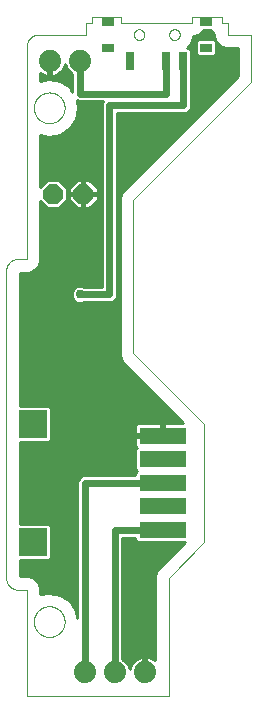
<source format=gbl>
G75*
%MOIN*%
%OFA0B0*%
%FSLAX25Y25*%
%IPPOS*%
%LPD*%
%AMOC8*
5,1,8,0,0,1.08239X$1,22.5*
%
%ADD10C,0.00000*%
%ADD11C,0.00039*%
%ADD12OC8,0.06600*%
%ADD13R,0.03937X0.03150*%
%ADD14R,0.02756X0.05906*%
%ADD15R,0.15748X0.05512*%
%ADD16R,0.09449X0.09449*%
%ADD17C,0.07400*%
%ADD18C,0.01000*%
%ADD19C,0.02978*%
%ADD20C,0.02400*%
D10*
X0021709Y0041556D02*
X0021709Y0143918D01*
X0021711Y0144042D01*
X0021717Y0144165D01*
X0021726Y0144289D01*
X0021740Y0144411D01*
X0021757Y0144534D01*
X0021779Y0144656D01*
X0021804Y0144777D01*
X0021833Y0144897D01*
X0021865Y0145016D01*
X0021902Y0145135D01*
X0021942Y0145252D01*
X0021985Y0145367D01*
X0022033Y0145482D01*
X0022084Y0145594D01*
X0022138Y0145705D01*
X0022196Y0145815D01*
X0022257Y0145922D01*
X0022322Y0146028D01*
X0022390Y0146131D01*
X0022461Y0146232D01*
X0022535Y0146331D01*
X0022612Y0146428D01*
X0022693Y0146522D01*
X0022776Y0146613D01*
X0022862Y0146702D01*
X0022951Y0146788D01*
X0023042Y0146871D01*
X0023136Y0146952D01*
X0023233Y0147029D01*
X0023332Y0147103D01*
X0023433Y0147174D01*
X0023536Y0147242D01*
X0023642Y0147307D01*
X0023749Y0147368D01*
X0023859Y0147426D01*
X0023970Y0147480D01*
X0024082Y0147531D01*
X0024197Y0147579D01*
X0024312Y0147622D01*
X0024429Y0147662D01*
X0024548Y0147699D01*
X0024667Y0147731D01*
X0024787Y0147760D01*
X0024908Y0147785D01*
X0025030Y0147807D01*
X0025153Y0147824D01*
X0025275Y0147838D01*
X0025399Y0147847D01*
X0025522Y0147853D01*
X0025646Y0147855D01*
X0028599Y0147855D01*
X0028599Y0218721D01*
X0028601Y0218845D01*
X0028607Y0218968D01*
X0028616Y0219092D01*
X0028630Y0219214D01*
X0028647Y0219337D01*
X0028669Y0219459D01*
X0028694Y0219580D01*
X0028723Y0219700D01*
X0028755Y0219819D01*
X0028792Y0219938D01*
X0028832Y0220055D01*
X0028875Y0220170D01*
X0028923Y0220285D01*
X0028974Y0220397D01*
X0029028Y0220508D01*
X0029086Y0220618D01*
X0029147Y0220725D01*
X0029212Y0220831D01*
X0029280Y0220934D01*
X0029351Y0221035D01*
X0029425Y0221134D01*
X0029502Y0221231D01*
X0029583Y0221325D01*
X0029666Y0221416D01*
X0029752Y0221505D01*
X0029841Y0221591D01*
X0029932Y0221674D01*
X0030026Y0221755D01*
X0030123Y0221832D01*
X0030222Y0221906D01*
X0030323Y0221977D01*
X0030426Y0222045D01*
X0030532Y0222110D01*
X0030639Y0222171D01*
X0030749Y0222229D01*
X0030860Y0222283D01*
X0030972Y0222334D01*
X0031087Y0222382D01*
X0031202Y0222425D01*
X0031319Y0222465D01*
X0031438Y0222502D01*
X0031557Y0222534D01*
X0031677Y0222563D01*
X0031798Y0222588D01*
X0031920Y0222610D01*
X0032043Y0222627D01*
X0032165Y0222641D01*
X0032289Y0222650D01*
X0032412Y0222656D01*
X0032536Y0222658D01*
X0048284Y0222658D01*
X0048284Y0226595D01*
X0050253Y0226595D01*
X0050253Y0228564D01*
X0060095Y0228564D01*
X0060095Y0226595D01*
X0083717Y0226595D01*
X0083717Y0228564D01*
X0093560Y0228564D01*
X0093560Y0226595D01*
X0095528Y0226595D01*
X0095528Y0222658D01*
X0103402Y0222658D01*
X0103402Y0206910D01*
X0064032Y0167540D01*
X0064032Y0116359D01*
X0087654Y0092737D01*
X0087654Y0053367D01*
X0075843Y0041556D01*
X0075843Y0002186D01*
X0028599Y0002186D01*
X0028599Y0037619D01*
X0025646Y0037619D01*
X0025522Y0037621D01*
X0025399Y0037627D01*
X0025275Y0037636D01*
X0025153Y0037650D01*
X0025030Y0037667D01*
X0024908Y0037689D01*
X0024787Y0037714D01*
X0024667Y0037743D01*
X0024548Y0037775D01*
X0024429Y0037812D01*
X0024312Y0037852D01*
X0024197Y0037895D01*
X0024082Y0037943D01*
X0023970Y0037994D01*
X0023859Y0038048D01*
X0023749Y0038106D01*
X0023642Y0038167D01*
X0023536Y0038232D01*
X0023433Y0038300D01*
X0023332Y0038371D01*
X0023233Y0038445D01*
X0023136Y0038522D01*
X0023042Y0038603D01*
X0022951Y0038686D01*
X0022862Y0038772D01*
X0022776Y0038861D01*
X0022693Y0038952D01*
X0022612Y0039046D01*
X0022535Y0039143D01*
X0022461Y0039242D01*
X0022390Y0039343D01*
X0022322Y0039446D01*
X0022257Y0039552D01*
X0022196Y0039659D01*
X0022138Y0039769D01*
X0022084Y0039880D01*
X0022033Y0039992D01*
X0021985Y0040107D01*
X0021942Y0040222D01*
X0021902Y0040339D01*
X0021865Y0040458D01*
X0021833Y0040577D01*
X0021804Y0040697D01*
X0021779Y0040818D01*
X0021757Y0040940D01*
X0021740Y0041063D01*
X0021726Y0041185D01*
X0021717Y0041309D01*
X0021711Y0041432D01*
X0021709Y0041556D01*
X0064229Y0222658D02*
X0064231Y0222742D01*
X0064237Y0222825D01*
X0064247Y0222908D01*
X0064261Y0222991D01*
X0064278Y0223073D01*
X0064300Y0223154D01*
X0064325Y0223233D01*
X0064354Y0223312D01*
X0064387Y0223389D01*
X0064423Y0223464D01*
X0064463Y0223538D01*
X0064506Y0223610D01*
X0064553Y0223679D01*
X0064603Y0223746D01*
X0064656Y0223811D01*
X0064712Y0223873D01*
X0064770Y0223933D01*
X0064832Y0223990D01*
X0064896Y0224043D01*
X0064963Y0224094D01*
X0065032Y0224141D01*
X0065103Y0224186D01*
X0065176Y0224226D01*
X0065251Y0224263D01*
X0065328Y0224297D01*
X0065406Y0224327D01*
X0065485Y0224353D01*
X0065566Y0224376D01*
X0065648Y0224394D01*
X0065730Y0224409D01*
X0065813Y0224420D01*
X0065896Y0224427D01*
X0065980Y0224430D01*
X0066064Y0224429D01*
X0066147Y0224424D01*
X0066231Y0224415D01*
X0066313Y0224402D01*
X0066395Y0224386D01*
X0066476Y0224365D01*
X0066557Y0224341D01*
X0066635Y0224313D01*
X0066713Y0224281D01*
X0066789Y0224245D01*
X0066863Y0224206D01*
X0066935Y0224164D01*
X0067005Y0224118D01*
X0067073Y0224069D01*
X0067138Y0224017D01*
X0067201Y0223962D01*
X0067261Y0223904D01*
X0067319Y0223843D01*
X0067373Y0223779D01*
X0067425Y0223713D01*
X0067473Y0223645D01*
X0067518Y0223574D01*
X0067559Y0223501D01*
X0067598Y0223427D01*
X0067632Y0223351D01*
X0067663Y0223273D01*
X0067690Y0223194D01*
X0067714Y0223113D01*
X0067733Y0223032D01*
X0067749Y0222950D01*
X0067761Y0222867D01*
X0067769Y0222783D01*
X0067773Y0222700D01*
X0067773Y0222616D01*
X0067769Y0222533D01*
X0067761Y0222449D01*
X0067749Y0222366D01*
X0067733Y0222284D01*
X0067714Y0222203D01*
X0067690Y0222122D01*
X0067663Y0222043D01*
X0067632Y0221965D01*
X0067598Y0221889D01*
X0067559Y0221815D01*
X0067518Y0221742D01*
X0067473Y0221671D01*
X0067425Y0221603D01*
X0067373Y0221537D01*
X0067319Y0221473D01*
X0067261Y0221412D01*
X0067201Y0221354D01*
X0067138Y0221299D01*
X0067073Y0221247D01*
X0067005Y0221198D01*
X0066935Y0221152D01*
X0066863Y0221110D01*
X0066789Y0221071D01*
X0066713Y0221035D01*
X0066635Y0221003D01*
X0066557Y0220975D01*
X0066476Y0220951D01*
X0066395Y0220930D01*
X0066313Y0220914D01*
X0066231Y0220901D01*
X0066147Y0220892D01*
X0066064Y0220887D01*
X0065980Y0220886D01*
X0065896Y0220889D01*
X0065813Y0220896D01*
X0065730Y0220907D01*
X0065648Y0220922D01*
X0065566Y0220940D01*
X0065485Y0220963D01*
X0065406Y0220989D01*
X0065328Y0221019D01*
X0065251Y0221053D01*
X0065176Y0221090D01*
X0065103Y0221130D01*
X0065032Y0221175D01*
X0064963Y0221222D01*
X0064896Y0221273D01*
X0064832Y0221326D01*
X0064770Y0221383D01*
X0064712Y0221443D01*
X0064656Y0221505D01*
X0064603Y0221570D01*
X0064553Y0221637D01*
X0064506Y0221706D01*
X0064463Y0221778D01*
X0064423Y0221852D01*
X0064387Y0221927D01*
X0064354Y0222004D01*
X0064325Y0222083D01*
X0064300Y0222162D01*
X0064278Y0222243D01*
X0064261Y0222325D01*
X0064247Y0222408D01*
X0064237Y0222491D01*
X0064231Y0222574D01*
X0064229Y0222658D01*
X0076040Y0222658D02*
X0076042Y0222742D01*
X0076048Y0222825D01*
X0076058Y0222908D01*
X0076072Y0222991D01*
X0076089Y0223073D01*
X0076111Y0223154D01*
X0076136Y0223233D01*
X0076165Y0223312D01*
X0076198Y0223389D01*
X0076234Y0223464D01*
X0076274Y0223538D01*
X0076317Y0223610D01*
X0076364Y0223679D01*
X0076414Y0223746D01*
X0076467Y0223811D01*
X0076523Y0223873D01*
X0076581Y0223933D01*
X0076643Y0223990D01*
X0076707Y0224043D01*
X0076774Y0224094D01*
X0076843Y0224141D01*
X0076914Y0224186D01*
X0076987Y0224226D01*
X0077062Y0224263D01*
X0077139Y0224297D01*
X0077217Y0224327D01*
X0077296Y0224353D01*
X0077377Y0224376D01*
X0077459Y0224394D01*
X0077541Y0224409D01*
X0077624Y0224420D01*
X0077707Y0224427D01*
X0077791Y0224430D01*
X0077875Y0224429D01*
X0077958Y0224424D01*
X0078042Y0224415D01*
X0078124Y0224402D01*
X0078206Y0224386D01*
X0078287Y0224365D01*
X0078368Y0224341D01*
X0078446Y0224313D01*
X0078524Y0224281D01*
X0078600Y0224245D01*
X0078674Y0224206D01*
X0078746Y0224164D01*
X0078816Y0224118D01*
X0078884Y0224069D01*
X0078949Y0224017D01*
X0079012Y0223962D01*
X0079072Y0223904D01*
X0079130Y0223843D01*
X0079184Y0223779D01*
X0079236Y0223713D01*
X0079284Y0223645D01*
X0079329Y0223574D01*
X0079370Y0223501D01*
X0079409Y0223427D01*
X0079443Y0223351D01*
X0079474Y0223273D01*
X0079501Y0223194D01*
X0079525Y0223113D01*
X0079544Y0223032D01*
X0079560Y0222950D01*
X0079572Y0222867D01*
X0079580Y0222783D01*
X0079584Y0222700D01*
X0079584Y0222616D01*
X0079580Y0222533D01*
X0079572Y0222449D01*
X0079560Y0222366D01*
X0079544Y0222284D01*
X0079525Y0222203D01*
X0079501Y0222122D01*
X0079474Y0222043D01*
X0079443Y0221965D01*
X0079409Y0221889D01*
X0079370Y0221815D01*
X0079329Y0221742D01*
X0079284Y0221671D01*
X0079236Y0221603D01*
X0079184Y0221537D01*
X0079130Y0221473D01*
X0079072Y0221412D01*
X0079012Y0221354D01*
X0078949Y0221299D01*
X0078884Y0221247D01*
X0078816Y0221198D01*
X0078746Y0221152D01*
X0078674Y0221110D01*
X0078600Y0221071D01*
X0078524Y0221035D01*
X0078446Y0221003D01*
X0078368Y0220975D01*
X0078287Y0220951D01*
X0078206Y0220930D01*
X0078124Y0220914D01*
X0078042Y0220901D01*
X0077958Y0220892D01*
X0077875Y0220887D01*
X0077791Y0220886D01*
X0077707Y0220889D01*
X0077624Y0220896D01*
X0077541Y0220907D01*
X0077459Y0220922D01*
X0077377Y0220940D01*
X0077296Y0220963D01*
X0077217Y0220989D01*
X0077139Y0221019D01*
X0077062Y0221053D01*
X0076987Y0221090D01*
X0076914Y0221130D01*
X0076843Y0221175D01*
X0076774Y0221222D01*
X0076707Y0221273D01*
X0076643Y0221326D01*
X0076581Y0221383D01*
X0076523Y0221443D01*
X0076467Y0221505D01*
X0076414Y0221570D01*
X0076364Y0221637D01*
X0076317Y0221706D01*
X0076274Y0221778D01*
X0076234Y0221852D01*
X0076198Y0221927D01*
X0076165Y0222004D01*
X0076136Y0222083D01*
X0076111Y0222162D01*
X0076089Y0222243D01*
X0076072Y0222325D01*
X0076058Y0222408D01*
X0076048Y0222491D01*
X0076042Y0222574D01*
X0076040Y0222658D01*
D11*
X0030961Y0198249D02*
X0030963Y0198392D01*
X0030969Y0198535D01*
X0030979Y0198677D01*
X0030993Y0198819D01*
X0031011Y0198961D01*
X0031033Y0199103D01*
X0031058Y0199243D01*
X0031088Y0199383D01*
X0031122Y0199522D01*
X0031159Y0199660D01*
X0031201Y0199797D01*
X0031246Y0199932D01*
X0031295Y0200066D01*
X0031347Y0200199D01*
X0031403Y0200331D01*
X0031463Y0200460D01*
X0031527Y0200588D01*
X0031594Y0200715D01*
X0031665Y0200839D01*
X0031739Y0200961D01*
X0031816Y0201081D01*
X0031897Y0201199D01*
X0031981Y0201315D01*
X0032068Y0201428D01*
X0032158Y0201539D01*
X0032252Y0201647D01*
X0032348Y0201753D01*
X0032447Y0201855D01*
X0032550Y0201955D01*
X0032654Y0202052D01*
X0032762Y0202147D01*
X0032872Y0202238D01*
X0032985Y0202326D01*
X0033100Y0202410D01*
X0033217Y0202492D01*
X0033337Y0202570D01*
X0033458Y0202645D01*
X0033582Y0202717D01*
X0033708Y0202785D01*
X0033835Y0202849D01*
X0033965Y0202910D01*
X0034096Y0202967D01*
X0034228Y0203021D01*
X0034362Y0203070D01*
X0034497Y0203117D01*
X0034634Y0203159D01*
X0034772Y0203197D01*
X0034910Y0203232D01*
X0035050Y0203262D01*
X0035190Y0203289D01*
X0035331Y0203312D01*
X0035473Y0203331D01*
X0035615Y0203346D01*
X0035758Y0203357D01*
X0035900Y0203364D01*
X0036043Y0203367D01*
X0036186Y0203366D01*
X0036329Y0203361D01*
X0036472Y0203352D01*
X0036614Y0203339D01*
X0036756Y0203322D01*
X0036897Y0203301D01*
X0037038Y0203276D01*
X0037178Y0203248D01*
X0037317Y0203215D01*
X0037455Y0203178D01*
X0037592Y0203138D01*
X0037728Y0203094D01*
X0037863Y0203046D01*
X0037996Y0202994D01*
X0038128Y0202939D01*
X0038258Y0202880D01*
X0038387Y0202817D01*
X0038513Y0202751D01*
X0038638Y0202681D01*
X0038761Y0202608D01*
X0038881Y0202532D01*
X0039000Y0202452D01*
X0039116Y0202368D01*
X0039230Y0202282D01*
X0039341Y0202192D01*
X0039450Y0202100D01*
X0039556Y0202004D01*
X0039660Y0201906D01*
X0039761Y0201804D01*
X0039858Y0201700D01*
X0039953Y0201593D01*
X0040045Y0201484D01*
X0040134Y0201372D01*
X0040220Y0201257D01*
X0040302Y0201141D01*
X0040381Y0201021D01*
X0040457Y0200900D01*
X0040529Y0200777D01*
X0040598Y0200652D01*
X0040663Y0200525D01*
X0040725Y0200396D01*
X0040783Y0200265D01*
X0040838Y0200133D01*
X0040888Y0199999D01*
X0040935Y0199864D01*
X0040979Y0199728D01*
X0041018Y0199591D01*
X0041053Y0199452D01*
X0041085Y0199313D01*
X0041113Y0199173D01*
X0041137Y0199032D01*
X0041157Y0198890D01*
X0041173Y0198748D01*
X0041185Y0198606D01*
X0041193Y0198463D01*
X0041197Y0198320D01*
X0041197Y0198178D01*
X0041193Y0198035D01*
X0041185Y0197892D01*
X0041173Y0197750D01*
X0041157Y0197608D01*
X0041137Y0197466D01*
X0041113Y0197325D01*
X0041085Y0197185D01*
X0041053Y0197046D01*
X0041018Y0196907D01*
X0040979Y0196770D01*
X0040935Y0196634D01*
X0040888Y0196499D01*
X0040838Y0196365D01*
X0040783Y0196233D01*
X0040725Y0196102D01*
X0040663Y0195973D01*
X0040598Y0195846D01*
X0040529Y0195721D01*
X0040457Y0195598D01*
X0040381Y0195477D01*
X0040302Y0195357D01*
X0040220Y0195241D01*
X0040134Y0195126D01*
X0040045Y0195014D01*
X0039953Y0194905D01*
X0039858Y0194798D01*
X0039761Y0194694D01*
X0039660Y0194592D01*
X0039556Y0194494D01*
X0039450Y0194398D01*
X0039341Y0194306D01*
X0039230Y0194216D01*
X0039116Y0194130D01*
X0039000Y0194046D01*
X0038881Y0193966D01*
X0038761Y0193890D01*
X0038638Y0193817D01*
X0038513Y0193747D01*
X0038387Y0193681D01*
X0038258Y0193618D01*
X0038128Y0193559D01*
X0037996Y0193504D01*
X0037863Y0193452D01*
X0037728Y0193404D01*
X0037592Y0193360D01*
X0037455Y0193320D01*
X0037317Y0193283D01*
X0037178Y0193250D01*
X0037038Y0193222D01*
X0036897Y0193197D01*
X0036756Y0193176D01*
X0036614Y0193159D01*
X0036472Y0193146D01*
X0036329Y0193137D01*
X0036186Y0193132D01*
X0036043Y0193131D01*
X0035900Y0193134D01*
X0035758Y0193141D01*
X0035615Y0193152D01*
X0035473Y0193167D01*
X0035331Y0193186D01*
X0035190Y0193209D01*
X0035050Y0193236D01*
X0034910Y0193266D01*
X0034772Y0193301D01*
X0034634Y0193339D01*
X0034497Y0193381D01*
X0034362Y0193428D01*
X0034228Y0193477D01*
X0034096Y0193531D01*
X0033965Y0193588D01*
X0033835Y0193649D01*
X0033708Y0193713D01*
X0033582Y0193781D01*
X0033458Y0193853D01*
X0033337Y0193928D01*
X0033217Y0194006D01*
X0033100Y0194088D01*
X0032985Y0194172D01*
X0032872Y0194260D01*
X0032762Y0194351D01*
X0032654Y0194446D01*
X0032550Y0194543D01*
X0032447Y0194643D01*
X0032348Y0194745D01*
X0032252Y0194851D01*
X0032158Y0194959D01*
X0032068Y0195070D01*
X0031981Y0195183D01*
X0031897Y0195299D01*
X0031816Y0195417D01*
X0031739Y0195537D01*
X0031665Y0195659D01*
X0031594Y0195783D01*
X0031527Y0195910D01*
X0031463Y0196038D01*
X0031403Y0196167D01*
X0031347Y0196299D01*
X0031295Y0196432D01*
X0031246Y0196566D01*
X0031201Y0196701D01*
X0031159Y0196838D01*
X0031122Y0196976D01*
X0031088Y0197115D01*
X0031058Y0197255D01*
X0031033Y0197395D01*
X0031011Y0197537D01*
X0030993Y0197679D01*
X0030979Y0197821D01*
X0030969Y0197963D01*
X0030963Y0198106D01*
X0030961Y0198249D01*
X0030961Y0026989D02*
X0030963Y0027132D01*
X0030969Y0027275D01*
X0030979Y0027417D01*
X0030993Y0027559D01*
X0031011Y0027701D01*
X0031033Y0027843D01*
X0031058Y0027983D01*
X0031088Y0028123D01*
X0031122Y0028262D01*
X0031159Y0028400D01*
X0031201Y0028537D01*
X0031246Y0028672D01*
X0031295Y0028806D01*
X0031347Y0028939D01*
X0031403Y0029071D01*
X0031463Y0029200D01*
X0031527Y0029328D01*
X0031594Y0029455D01*
X0031665Y0029579D01*
X0031739Y0029701D01*
X0031816Y0029821D01*
X0031897Y0029939D01*
X0031981Y0030055D01*
X0032068Y0030168D01*
X0032158Y0030279D01*
X0032252Y0030387D01*
X0032348Y0030493D01*
X0032447Y0030595D01*
X0032550Y0030695D01*
X0032654Y0030792D01*
X0032762Y0030887D01*
X0032872Y0030978D01*
X0032985Y0031066D01*
X0033100Y0031150D01*
X0033217Y0031232D01*
X0033337Y0031310D01*
X0033458Y0031385D01*
X0033582Y0031457D01*
X0033708Y0031525D01*
X0033835Y0031589D01*
X0033965Y0031650D01*
X0034096Y0031707D01*
X0034228Y0031761D01*
X0034362Y0031810D01*
X0034497Y0031857D01*
X0034634Y0031899D01*
X0034772Y0031937D01*
X0034910Y0031972D01*
X0035050Y0032002D01*
X0035190Y0032029D01*
X0035331Y0032052D01*
X0035473Y0032071D01*
X0035615Y0032086D01*
X0035758Y0032097D01*
X0035900Y0032104D01*
X0036043Y0032107D01*
X0036186Y0032106D01*
X0036329Y0032101D01*
X0036472Y0032092D01*
X0036614Y0032079D01*
X0036756Y0032062D01*
X0036897Y0032041D01*
X0037038Y0032016D01*
X0037178Y0031988D01*
X0037317Y0031955D01*
X0037455Y0031918D01*
X0037592Y0031878D01*
X0037728Y0031834D01*
X0037863Y0031786D01*
X0037996Y0031734D01*
X0038128Y0031679D01*
X0038258Y0031620D01*
X0038387Y0031557D01*
X0038513Y0031491D01*
X0038638Y0031421D01*
X0038761Y0031348D01*
X0038881Y0031272D01*
X0039000Y0031192D01*
X0039116Y0031108D01*
X0039230Y0031022D01*
X0039341Y0030932D01*
X0039450Y0030840D01*
X0039556Y0030744D01*
X0039660Y0030646D01*
X0039761Y0030544D01*
X0039858Y0030440D01*
X0039953Y0030333D01*
X0040045Y0030224D01*
X0040134Y0030112D01*
X0040220Y0029997D01*
X0040302Y0029881D01*
X0040381Y0029761D01*
X0040457Y0029640D01*
X0040529Y0029517D01*
X0040598Y0029392D01*
X0040663Y0029265D01*
X0040725Y0029136D01*
X0040783Y0029005D01*
X0040838Y0028873D01*
X0040888Y0028739D01*
X0040935Y0028604D01*
X0040979Y0028468D01*
X0041018Y0028331D01*
X0041053Y0028192D01*
X0041085Y0028053D01*
X0041113Y0027913D01*
X0041137Y0027772D01*
X0041157Y0027630D01*
X0041173Y0027488D01*
X0041185Y0027346D01*
X0041193Y0027203D01*
X0041197Y0027060D01*
X0041197Y0026918D01*
X0041193Y0026775D01*
X0041185Y0026632D01*
X0041173Y0026490D01*
X0041157Y0026348D01*
X0041137Y0026206D01*
X0041113Y0026065D01*
X0041085Y0025925D01*
X0041053Y0025786D01*
X0041018Y0025647D01*
X0040979Y0025510D01*
X0040935Y0025374D01*
X0040888Y0025239D01*
X0040838Y0025105D01*
X0040783Y0024973D01*
X0040725Y0024842D01*
X0040663Y0024713D01*
X0040598Y0024586D01*
X0040529Y0024461D01*
X0040457Y0024338D01*
X0040381Y0024217D01*
X0040302Y0024097D01*
X0040220Y0023981D01*
X0040134Y0023866D01*
X0040045Y0023754D01*
X0039953Y0023645D01*
X0039858Y0023538D01*
X0039761Y0023434D01*
X0039660Y0023332D01*
X0039556Y0023234D01*
X0039450Y0023138D01*
X0039341Y0023046D01*
X0039230Y0022956D01*
X0039116Y0022870D01*
X0039000Y0022786D01*
X0038881Y0022706D01*
X0038761Y0022630D01*
X0038638Y0022557D01*
X0038513Y0022487D01*
X0038387Y0022421D01*
X0038258Y0022358D01*
X0038128Y0022299D01*
X0037996Y0022244D01*
X0037863Y0022192D01*
X0037728Y0022144D01*
X0037592Y0022100D01*
X0037455Y0022060D01*
X0037317Y0022023D01*
X0037178Y0021990D01*
X0037038Y0021962D01*
X0036897Y0021937D01*
X0036756Y0021916D01*
X0036614Y0021899D01*
X0036472Y0021886D01*
X0036329Y0021877D01*
X0036186Y0021872D01*
X0036043Y0021871D01*
X0035900Y0021874D01*
X0035758Y0021881D01*
X0035615Y0021892D01*
X0035473Y0021907D01*
X0035331Y0021926D01*
X0035190Y0021949D01*
X0035050Y0021976D01*
X0034910Y0022006D01*
X0034772Y0022041D01*
X0034634Y0022079D01*
X0034497Y0022121D01*
X0034362Y0022168D01*
X0034228Y0022217D01*
X0034096Y0022271D01*
X0033965Y0022328D01*
X0033835Y0022389D01*
X0033708Y0022453D01*
X0033582Y0022521D01*
X0033458Y0022593D01*
X0033337Y0022668D01*
X0033217Y0022746D01*
X0033100Y0022828D01*
X0032985Y0022912D01*
X0032872Y0023000D01*
X0032762Y0023091D01*
X0032654Y0023186D01*
X0032550Y0023283D01*
X0032447Y0023383D01*
X0032348Y0023485D01*
X0032252Y0023591D01*
X0032158Y0023699D01*
X0032068Y0023810D01*
X0031981Y0023923D01*
X0031897Y0024039D01*
X0031816Y0024157D01*
X0031739Y0024277D01*
X0031665Y0024399D01*
X0031594Y0024523D01*
X0031527Y0024650D01*
X0031463Y0024778D01*
X0031403Y0024907D01*
X0031347Y0025039D01*
X0031295Y0025172D01*
X0031246Y0025306D01*
X0031201Y0025441D01*
X0031159Y0025578D01*
X0031122Y0025716D01*
X0031088Y0025855D01*
X0031058Y0025995D01*
X0031033Y0026135D01*
X0031011Y0026277D01*
X0030993Y0026419D01*
X0030979Y0026561D01*
X0030969Y0026703D01*
X0030963Y0026846D01*
X0030961Y0026989D01*
D12*
X0037379Y0169509D03*
X0047379Y0169509D03*
D13*
X0055568Y0218328D03*
X0055568Y0226989D03*
X0088245Y0226989D03*
X0088245Y0218328D03*
D14*
X0080764Y0213800D03*
X0074859Y0213800D03*
X0063048Y0213800D03*
D15*
X0073875Y0088997D03*
X0073875Y0081123D03*
X0073875Y0073249D03*
X0073875Y0065375D03*
X0073875Y0057501D03*
D16*
X0030568Y0053564D03*
X0030568Y0092934D03*
D17*
X0047969Y0010060D03*
X0057969Y0010060D03*
X0067969Y0010060D03*
X0046316Y0213997D03*
X0036316Y0213997D03*
D18*
X0036816Y0213497D02*
X0036816Y0208811D01*
X0037533Y0208925D01*
X0038312Y0209178D01*
X0039041Y0209550D01*
X0039703Y0210031D01*
X0040282Y0210609D01*
X0040763Y0211272D01*
X0041135Y0212001D01*
X0041388Y0212779D01*
X0041393Y0212815D01*
X0042077Y0211165D01*
X0043483Y0209758D01*
X0043816Y0209621D01*
X0043816Y0203685D01*
X0042894Y0205064D01*
X0039768Y0207153D01*
X0039768Y0207153D01*
X0036079Y0207887D01*
X0033099Y0207294D01*
X0033099Y0209906D01*
X0033590Y0209550D01*
X0034319Y0209178D01*
X0035098Y0208925D01*
X0035816Y0208811D01*
X0035816Y0213497D01*
X0036816Y0213497D01*
X0036816Y0212872D02*
X0035816Y0212872D01*
X0035816Y0211873D02*
X0036816Y0211873D01*
X0036816Y0210875D02*
X0035816Y0210875D01*
X0035816Y0209876D02*
X0036816Y0209876D01*
X0036816Y0208878D02*
X0035816Y0208878D01*
X0035396Y0208878D02*
X0033099Y0208878D01*
X0033099Y0209876D02*
X0033140Y0209876D01*
X0033099Y0207879D02*
X0036042Y0207879D01*
X0036079Y0207887D02*
X0036079Y0207887D01*
X0036117Y0207879D02*
X0043816Y0207879D01*
X0043816Y0206881D02*
X0040175Y0206881D01*
X0041670Y0205882D02*
X0043816Y0205882D01*
X0043816Y0204884D02*
X0043015Y0204884D01*
X0042894Y0205064D02*
X0042894Y0205064D01*
X0042894Y0205064D01*
X0043682Y0203885D02*
X0043816Y0203885D01*
X0045226Y0200719D02*
X0045818Y0200473D01*
X0054060Y0200473D01*
X0054039Y0200452D01*
X0053658Y0199534D01*
X0053658Y0138544D01*
X0047568Y0138544D01*
X0046870Y0138833D01*
X0045761Y0138833D01*
X0044736Y0138409D01*
X0043951Y0137624D01*
X0043527Y0136599D01*
X0043527Y0135489D01*
X0043951Y0134464D01*
X0044736Y0133680D01*
X0045761Y0133255D01*
X0046870Y0133255D01*
X0047568Y0133544D01*
X0056655Y0133544D01*
X0057574Y0133925D01*
X0058277Y0134628D01*
X0058658Y0135547D01*
X0058658Y0136542D01*
X0058658Y0196536D01*
X0081262Y0196536D01*
X0082181Y0196917D01*
X0082884Y0197620D01*
X0083264Y0198539D01*
X0083264Y0210131D01*
X0083442Y0210309D01*
X0083442Y0217291D01*
X0082681Y0218053D01*
X0082076Y0218053D01*
X0083128Y0219106D01*
X0084083Y0221411D01*
X0084083Y0222095D01*
X0084612Y0222095D01*
X0086266Y0222780D01*
X0087532Y0224046D01*
X0087539Y0224064D01*
X0089737Y0224064D01*
X0089745Y0224046D01*
X0091011Y0222780D01*
X0091028Y0222773D01*
X0091028Y0221763D01*
X0091713Y0220109D01*
X0092979Y0218843D01*
X0094633Y0218158D01*
X0098902Y0218158D01*
X0098902Y0208774D01*
X0060217Y0170089D01*
X0059532Y0168435D01*
X0059532Y0115464D01*
X0060217Y0113810D01*
X0061483Y0112544D01*
X0061483Y0112544D01*
X0080774Y0093253D01*
X0074375Y0093253D01*
X0074375Y0089497D01*
X0073375Y0089497D01*
X0073375Y0093253D01*
X0065803Y0093253D01*
X0065422Y0093151D01*
X0065080Y0092953D01*
X0064800Y0092674D01*
X0064603Y0092332D01*
X0064501Y0091950D01*
X0064501Y0089497D01*
X0073375Y0089497D01*
X0073375Y0088497D01*
X0064501Y0088497D01*
X0064501Y0086044D01*
X0064603Y0085662D01*
X0064800Y0085320D01*
X0065080Y0085041D01*
X0065235Y0084951D01*
X0064701Y0084417D01*
X0064701Y0077829D01*
X0065343Y0077186D01*
X0064701Y0076543D01*
X0064701Y0075749D01*
X0047472Y0075749D01*
X0046553Y0075368D01*
X0045850Y0074665D01*
X0045469Y0073746D01*
X0045469Y0028236D01*
X0044984Y0030677D01*
X0042894Y0033804D01*
X0039768Y0035893D01*
X0039768Y0035893D01*
X0036079Y0036627D01*
X0033099Y0036034D01*
X0033099Y0038514D01*
X0032414Y0040168D01*
X0031148Y0041434D01*
X0029494Y0042119D01*
X0026209Y0042119D01*
X0026209Y0047540D01*
X0035830Y0047540D01*
X0036592Y0048301D01*
X0036592Y0058827D01*
X0035830Y0059588D01*
X0026209Y0059588D01*
X0026209Y0086910D01*
X0035830Y0086910D01*
X0036592Y0087671D01*
X0036592Y0098197D01*
X0035830Y0098958D01*
X0026209Y0098958D01*
X0026209Y0143355D01*
X0029494Y0143355D01*
X0031148Y0144040D01*
X0032414Y0145306D01*
X0033099Y0146960D01*
X0033099Y0167283D01*
X0035473Y0164909D01*
X0039284Y0164909D01*
X0041979Y0167603D01*
X0041979Y0171414D01*
X0039284Y0174109D01*
X0035473Y0174109D01*
X0033099Y0171735D01*
X0033099Y0189204D01*
X0036079Y0188611D01*
X0036079Y0188611D01*
X0039768Y0189345D01*
X0042894Y0191434D01*
X0044984Y0194561D01*
X0045717Y0198249D01*
X0045717Y0198249D01*
X0045226Y0200719D01*
X0045390Y0199891D02*
X0053806Y0199891D01*
X0053658Y0198893D02*
X0045589Y0198893D01*
X0045647Y0197894D02*
X0053658Y0197894D01*
X0053658Y0196896D02*
X0045448Y0196896D01*
X0045249Y0195897D02*
X0053658Y0195897D01*
X0053658Y0194899D02*
X0045051Y0194899D01*
X0044984Y0194561D02*
X0044984Y0194561D01*
X0044542Y0193900D02*
X0053658Y0193900D01*
X0053658Y0192902D02*
X0043875Y0192902D01*
X0043208Y0191903D02*
X0053658Y0191903D01*
X0053658Y0190905D02*
X0042102Y0190905D01*
X0042894Y0191434D02*
X0042894Y0191434D01*
X0040608Y0189906D02*
X0053658Y0189906D01*
X0053658Y0188908D02*
X0037570Y0188908D01*
X0039768Y0189345D02*
X0039768Y0189345D01*
X0039463Y0173930D02*
X0045011Y0173930D01*
X0045390Y0174309D02*
X0042579Y0171497D01*
X0042579Y0169809D01*
X0047078Y0169809D01*
X0047078Y0169209D01*
X0042579Y0169209D01*
X0042579Y0167521D01*
X0045390Y0164709D01*
X0047079Y0164709D01*
X0047079Y0169209D01*
X0047679Y0169209D01*
X0047679Y0169809D01*
X0052179Y0169809D01*
X0052179Y0171497D01*
X0049367Y0174309D01*
X0047679Y0174309D01*
X0047679Y0169809D01*
X0047079Y0169809D01*
X0047079Y0174309D01*
X0045390Y0174309D01*
X0044013Y0172931D02*
X0040461Y0172931D01*
X0041460Y0171933D02*
X0043014Y0171933D01*
X0042579Y0170934D02*
X0041979Y0170934D01*
X0041979Y0169936D02*
X0042579Y0169936D01*
X0042579Y0168937D02*
X0041979Y0168937D01*
X0041979Y0167939D02*
X0042579Y0167939D01*
X0043159Y0166940D02*
X0041315Y0166940D01*
X0040317Y0165942D02*
X0044157Y0165942D01*
X0045156Y0164943D02*
X0039318Y0164943D01*
X0035439Y0164943D02*
X0033099Y0164943D01*
X0033099Y0163945D02*
X0053658Y0163945D01*
X0053658Y0164943D02*
X0049601Y0164943D01*
X0049367Y0164709D02*
X0052179Y0167521D01*
X0052179Y0169209D01*
X0047679Y0169209D01*
X0047679Y0164709D01*
X0049367Y0164709D01*
X0047679Y0164943D02*
X0047079Y0164943D01*
X0047079Y0165942D02*
X0047679Y0165942D01*
X0047679Y0166940D02*
X0047079Y0166940D01*
X0047079Y0167939D02*
X0047679Y0167939D01*
X0047679Y0168937D02*
X0047079Y0168937D01*
X0047079Y0169936D02*
X0047679Y0169936D01*
X0047679Y0170934D02*
X0047079Y0170934D01*
X0047079Y0171933D02*
X0047679Y0171933D01*
X0047679Y0172931D02*
X0047079Y0172931D01*
X0047079Y0173930D02*
X0047679Y0173930D01*
X0049746Y0173930D02*
X0053658Y0173930D01*
X0053658Y0174928D02*
X0033099Y0174928D01*
X0033099Y0173930D02*
X0035294Y0173930D01*
X0034296Y0172931D02*
X0033099Y0172931D01*
X0033099Y0171933D02*
X0033297Y0171933D01*
X0033099Y0175927D02*
X0053658Y0175927D01*
X0053658Y0176925D02*
X0033099Y0176925D01*
X0033099Y0177924D02*
X0053658Y0177924D01*
X0053658Y0178922D02*
X0033099Y0178922D01*
X0033099Y0179921D02*
X0053658Y0179921D01*
X0053658Y0180920D02*
X0033099Y0180920D01*
X0033099Y0181918D02*
X0053658Y0181918D01*
X0053658Y0182917D02*
X0033099Y0182917D01*
X0033099Y0183915D02*
X0053658Y0183915D01*
X0053658Y0184914D02*
X0033099Y0184914D01*
X0033099Y0185912D02*
X0053658Y0185912D01*
X0053658Y0186911D02*
X0033099Y0186911D01*
X0033099Y0187909D02*
X0053658Y0187909D01*
X0053658Y0172931D02*
X0050744Y0172931D01*
X0051743Y0171933D02*
X0053658Y0171933D01*
X0053658Y0170934D02*
X0052179Y0170934D01*
X0052179Y0169936D02*
X0053658Y0169936D01*
X0053658Y0168937D02*
X0052179Y0168937D01*
X0052179Y0167939D02*
X0053658Y0167939D01*
X0053658Y0166940D02*
X0051598Y0166940D01*
X0050600Y0165942D02*
X0053658Y0165942D01*
X0053658Y0162946D02*
X0033099Y0162946D01*
X0033099Y0161948D02*
X0053658Y0161948D01*
X0053658Y0160949D02*
X0033099Y0160949D01*
X0033099Y0159951D02*
X0053658Y0159951D01*
X0053658Y0158952D02*
X0033099Y0158952D01*
X0033099Y0157954D02*
X0053658Y0157954D01*
X0053658Y0156955D02*
X0033099Y0156955D01*
X0033099Y0155957D02*
X0053658Y0155957D01*
X0053658Y0154958D02*
X0033099Y0154958D01*
X0033099Y0153960D02*
X0053658Y0153960D01*
X0053658Y0152961D02*
X0033099Y0152961D01*
X0033099Y0151963D02*
X0053658Y0151963D01*
X0053658Y0150964D02*
X0033099Y0150964D01*
X0033099Y0149966D02*
X0053658Y0149966D01*
X0053658Y0148967D02*
X0033099Y0148967D01*
X0033099Y0147969D02*
X0053658Y0147969D01*
X0053658Y0146970D02*
X0033099Y0146970D01*
X0032690Y0145972D02*
X0053658Y0145972D01*
X0053658Y0144973D02*
X0032081Y0144973D01*
X0030989Y0143975D02*
X0053658Y0143975D01*
X0053658Y0142976D02*
X0026209Y0142976D01*
X0026209Y0141978D02*
X0053658Y0141978D01*
X0053658Y0140979D02*
X0026209Y0140979D01*
X0026209Y0139981D02*
X0053658Y0139981D01*
X0053658Y0138982D02*
X0026209Y0138982D01*
X0026209Y0137984D02*
X0044311Y0137984D01*
X0043687Y0136985D02*
X0026209Y0136985D01*
X0026209Y0135986D02*
X0043527Y0135986D01*
X0043734Y0134988D02*
X0026209Y0134988D01*
X0026209Y0133989D02*
X0044426Y0133989D01*
X0036592Y0098043D02*
X0075984Y0098043D01*
X0074986Y0099042D02*
X0026209Y0099042D01*
X0026209Y0100040D02*
X0073987Y0100040D01*
X0072989Y0101039D02*
X0026209Y0101039D01*
X0026209Y0102037D02*
X0071990Y0102037D01*
X0070992Y0103036D02*
X0026209Y0103036D01*
X0026209Y0104034D02*
X0069993Y0104034D01*
X0068995Y0105033D02*
X0026209Y0105033D01*
X0026209Y0106031D02*
X0067996Y0106031D01*
X0066998Y0107030D02*
X0026209Y0107030D01*
X0026209Y0108028D02*
X0065999Y0108028D01*
X0065001Y0109027D02*
X0026209Y0109027D01*
X0026209Y0110025D02*
X0064002Y0110025D01*
X0063004Y0111024D02*
X0026209Y0111024D01*
X0026209Y0112022D02*
X0062005Y0112022D01*
X0061007Y0113021D02*
X0026209Y0113021D01*
X0026209Y0114019D02*
X0060131Y0114019D01*
X0059717Y0115018D02*
X0026209Y0115018D01*
X0026209Y0116016D02*
X0059532Y0116016D01*
X0059532Y0117015D02*
X0026209Y0117015D01*
X0026209Y0118013D02*
X0059532Y0118013D01*
X0059532Y0119012D02*
X0026209Y0119012D01*
X0026209Y0120010D02*
X0059532Y0120010D01*
X0059532Y0121009D02*
X0026209Y0121009D01*
X0026209Y0122007D02*
X0059532Y0122007D01*
X0059532Y0123006D02*
X0026209Y0123006D01*
X0026209Y0124004D02*
X0059532Y0124004D01*
X0059532Y0125003D02*
X0026209Y0125003D01*
X0026209Y0126001D02*
X0059532Y0126001D01*
X0059532Y0127000D02*
X0026209Y0127000D01*
X0026209Y0127998D02*
X0059532Y0127998D01*
X0059532Y0128997D02*
X0026209Y0128997D01*
X0026209Y0129995D02*
X0059532Y0129995D01*
X0059532Y0130994D02*
X0026209Y0130994D01*
X0026209Y0131992D02*
X0059532Y0131992D01*
X0059532Y0132991D02*
X0026209Y0132991D01*
X0033099Y0165942D02*
X0034440Y0165942D01*
X0033442Y0166940D02*
X0033099Y0166940D01*
X0033099Y0188908D02*
X0034589Y0188908D01*
X0037235Y0208878D02*
X0043816Y0208878D01*
X0043365Y0209876D02*
X0039491Y0209876D01*
X0040475Y0210875D02*
X0042367Y0210875D01*
X0041783Y0211873D02*
X0041070Y0211873D01*
X0057639Y0133989D02*
X0059532Y0133989D01*
X0059532Y0134988D02*
X0058427Y0134988D01*
X0058658Y0135986D02*
X0059532Y0135986D01*
X0059532Y0136985D02*
X0058658Y0136985D01*
X0058658Y0137984D02*
X0059532Y0137984D01*
X0059532Y0138982D02*
X0058658Y0138982D01*
X0058658Y0139981D02*
X0059532Y0139981D01*
X0059532Y0140979D02*
X0058658Y0140979D01*
X0058658Y0141978D02*
X0059532Y0141978D01*
X0059532Y0142976D02*
X0058658Y0142976D01*
X0058658Y0143975D02*
X0059532Y0143975D01*
X0059532Y0144973D02*
X0058658Y0144973D01*
X0058658Y0145972D02*
X0059532Y0145972D01*
X0059532Y0146970D02*
X0058658Y0146970D01*
X0058658Y0147969D02*
X0059532Y0147969D01*
X0059532Y0148967D02*
X0058658Y0148967D01*
X0058658Y0149966D02*
X0059532Y0149966D01*
X0059532Y0150964D02*
X0058658Y0150964D01*
X0058658Y0151963D02*
X0059532Y0151963D01*
X0059532Y0152961D02*
X0058658Y0152961D01*
X0058658Y0153960D02*
X0059532Y0153960D01*
X0059532Y0154958D02*
X0058658Y0154958D01*
X0058658Y0155957D02*
X0059532Y0155957D01*
X0059532Y0156955D02*
X0058658Y0156955D01*
X0058658Y0157954D02*
X0059532Y0157954D01*
X0059532Y0158952D02*
X0058658Y0158952D01*
X0058658Y0159951D02*
X0059532Y0159951D01*
X0059532Y0160949D02*
X0058658Y0160949D01*
X0058658Y0161948D02*
X0059532Y0161948D01*
X0059532Y0162946D02*
X0058658Y0162946D01*
X0058658Y0163945D02*
X0059532Y0163945D01*
X0059532Y0164943D02*
X0058658Y0164943D01*
X0058658Y0165942D02*
X0059532Y0165942D01*
X0059532Y0166940D02*
X0058658Y0166940D01*
X0058658Y0167939D02*
X0059532Y0167939D01*
X0059740Y0168937D02*
X0058658Y0168937D01*
X0058658Y0169936D02*
X0060154Y0169936D01*
X0061062Y0170934D02*
X0058658Y0170934D01*
X0058658Y0171933D02*
X0062061Y0171933D01*
X0063059Y0172931D02*
X0058658Y0172931D01*
X0058658Y0173930D02*
X0064058Y0173930D01*
X0065056Y0174928D02*
X0058658Y0174928D01*
X0058658Y0175927D02*
X0066055Y0175927D01*
X0067053Y0176925D02*
X0058658Y0176925D01*
X0058658Y0177924D02*
X0068052Y0177924D01*
X0069050Y0178922D02*
X0058658Y0178922D01*
X0058658Y0179921D02*
X0070049Y0179921D01*
X0071047Y0180920D02*
X0058658Y0180920D01*
X0058658Y0181918D02*
X0072046Y0181918D01*
X0073044Y0182917D02*
X0058658Y0182917D01*
X0058658Y0183915D02*
X0074043Y0183915D01*
X0075041Y0184914D02*
X0058658Y0184914D01*
X0058658Y0185912D02*
X0076040Y0185912D01*
X0077038Y0186911D02*
X0058658Y0186911D01*
X0058658Y0187909D02*
X0078037Y0187909D01*
X0079035Y0188908D02*
X0058658Y0188908D01*
X0058658Y0189906D02*
X0080034Y0189906D01*
X0081032Y0190905D02*
X0058658Y0190905D01*
X0058658Y0191903D02*
X0082031Y0191903D01*
X0083029Y0192902D02*
X0058658Y0192902D01*
X0058658Y0193900D02*
X0084028Y0193900D01*
X0085027Y0194899D02*
X0058658Y0194899D01*
X0058658Y0195897D02*
X0086025Y0195897D01*
X0087024Y0196896D02*
X0082129Y0196896D01*
X0082997Y0197894D02*
X0088022Y0197894D01*
X0089021Y0198893D02*
X0083264Y0198893D01*
X0083264Y0199891D02*
X0090019Y0199891D01*
X0091018Y0200890D02*
X0083264Y0200890D01*
X0083264Y0201888D02*
X0092016Y0201888D01*
X0093015Y0202887D02*
X0083264Y0202887D01*
X0083264Y0203885D02*
X0094013Y0203885D01*
X0095012Y0204884D02*
X0083264Y0204884D01*
X0083264Y0205882D02*
X0096010Y0205882D01*
X0097009Y0206881D02*
X0083264Y0206881D01*
X0083264Y0207879D02*
X0098007Y0207879D01*
X0098902Y0208878D02*
X0083264Y0208878D01*
X0083264Y0209876D02*
X0098902Y0209876D01*
X0098902Y0210875D02*
X0083442Y0210875D01*
X0083442Y0211873D02*
X0098902Y0211873D01*
X0098902Y0212872D02*
X0083442Y0212872D01*
X0083442Y0213870D02*
X0098902Y0213870D01*
X0098902Y0214869D02*
X0083442Y0214869D01*
X0083442Y0215867D02*
X0085323Y0215867D01*
X0084976Y0216214D02*
X0085738Y0215453D01*
X0090752Y0215453D01*
X0091513Y0216214D01*
X0091513Y0220441D01*
X0090752Y0221202D01*
X0085738Y0221202D01*
X0084976Y0220441D01*
X0084976Y0216214D01*
X0084976Y0216866D02*
X0083442Y0216866D01*
X0082869Y0217864D02*
X0084976Y0217864D01*
X0084976Y0218863D02*
X0082886Y0218863D01*
X0083441Y0219861D02*
X0084976Y0219861D01*
X0085395Y0220860D02*
X0083855Y0220860D01*
X0084083Y0221858D02*
X0091028Y0221858D01*
X0091094Y0220860D02*
X0091402Y0220860D01*
X0091513Y0219861D02*
X0091961Y0219861D01*
X0091513Y0218863D02*
X0092960Y0218863D01*
X0091513Y0217864D02*
X0098902Y0217864D01*
X0098902Y0216866D02*
X0091513Y0216866D01*
X0091166Y0215867D02*
X0098902Y0215867D01*
X0090934Y0222857D02*
X0086343Y0222857D01*
X0087341Y0223855D02*
X0089936Y0223855D01*
X0076983Y0097045D02*
X0036592Y0097045D01*
X0036592Y0096046D02*
X0077981Y0096046D01*
X0078980Y0095048D02*
X0036592Y0095048D01*
X0036592Y0094049D02*
X0079978Y0094049D01*
X0074375Y0093051D02*
X0073375Y0093051D01*
X0073375Y0092052D02*
X0074375Y0092052D01*
X0074375Y0091053D02*
X0073375Y0091053D01*
X0073375Y0090055D02*
X0074375Y0090055D01*
X0073375Y0089056D02*
X0036592Y0089056D01*
X0036592Y0088058D02*
X0064501Y0088058D01*
X0064501Y0087059D02*
X0035980Y0087059D01*
X0036592Y0090055D02*
X0064501Y0090055D01*
X0064501Y0091053D02*
X0036592Y0091053D01*
X0036592Y0092052D02*
X0064528Y0092052D01*
X0065248Y0093051D02*
X0036592Y0093051D01*
X0036318Y0059101D02*
X0045469Y0059101D01*
X0045469Y0058103D02*
X0036592Y0058103D01*
X0036592Y0057104D02*
X0045469Y0057104D01*
X0045469Y0056106D02*
X0036592Y0056106D01*
X0036592Y0055107D02*
X0045469Y0055107D01*
X0045469Y0054109D02*
X0036592Y0054109D01*
X0036592Y0053110D02*
X0045469Y0053110D01*
X0045469Y0052112D02*
X0036592Y0052112D01*
X0036592Y0051113D02*
X0045469Y0051113D01*
X0045469Y0050115D02*
X0036592Y0050115D01*
X0036592Y0049116D02*
X0045469Y0049116D01*
X0045469Y0048117D02*
X0036408Y0048117D01*
X0036079Y0036627D02*
X0036079Y0036627D01*
X0038551Y0036135D02*
X0045469Y0036135D01*
X0045469Y0035137D02*
X0040900Y0035137D01*
X0042394Y0034138D02*
X0045469Y0034138D01*
X0045469Y0033140D02*
X0043338Y0033140D01*
X0042894Y0033804D02*
X0042894Y0033804D01*
X0042894Y0033804D01*
X0044005Y0032141D02*
X0045469Y0032141D01*
X0045469Y0031143D02*
X0044673Y0031143D01*
X0044984Y0030677D02*
X0044984Y0030677D01*
X0045090Y0030144D02*
X0045469Y0030144D01*
X0045469Y0029146D02*
X0045288Y0029146D01*
X0045469Y0037134D02*
X0033099Y0037134D01*
X0033099Y0038132D02*
X0045469Y0038132D01*
X0045469Y0039131D02*
X0032844Y0039131D01*
X0032430Y0040129D02*
X0045469Y0040129D01*
X0045469Y0041128D02*
X0031454Y0041128D01*
X0033099Y0036135D02*
X0033608Y0036135D01*
X0026209Y0042126D02*
X0045469Y0042126D01*
X0045469Y0043125D02*
X0026209Y0043125D01*
X0026209Y0044123D02*
X0045469Y0044123D01*
X0045469Y0045122D02*
X0026209Y0045122D01*
X0026209Y0046120D02*
X0045469Y0046120D01*
X0045469Y0047119D02*
X0026209Y0047119D01*
X0026209Y0060100D02*
X0045469Y0060100D01*
X0045469Y0061098D02*
X0026209Y0061098D01*
X0026209Y0062097D02*
X0045469Y0062097D01*
X0045469Y0063095D02*
X0026209Y0063095D01*
X0026209Y0064094D02*
X0045469Y0064094D01*
X0045469Y0065092D02*
X0026209Y0065092D01*
X0026209Y0066091D02*
X0045469Y0066091D01*
X0045469Y0067089D02*
X0026209Y0067089D01*
X0026209Y0068088D02*
X0045469Y0068088D01*
X0045469Y0069086D02*
X0026209Y0069086D01*
X0026209Y0070085D02*
X0045469Y0070085D01*
X0045469Y0071083D02*
X0026209Y0071083D01*
X0026209Y0072082D02*
X0045469Y0072082D01*
X0045469Y0073080D02*
X0026209Y0073080D01*
X0026209Y0074079D02*
X0045607Y0074079D01*
X0046262Y0075077D02*
X0026209Y0075077D01*
X0026209Y0076076D02*
X0064701Y0076076D01*
X0065232Y0077074D02*
X0026209Y0077074D01*
X0026209Y0078073D02*
X0064701Y0078073D01*
X0064701Y0079071D02*
X0026209Y0079071D01*
X0026209Y0080070D02*
X0064701Y0080070D01*
X0064701Y0081068D02*
X0026209Y0081068D01*
X0026209Y0082067D02*
X0064701Y0082067D01*
X0064701Y0083065D02*
X0026209Y0083065D01*
X0026209Y0084064D02*
X0064701Y0084064D01*
X0065058Y0085062D02*
X0026209Y0085062D01*
X0026209Y0086061D02*
X0064501Y0086061D01*
X0064701Y0055001D02*
X0060469Y0055001D01*
X0060469Y0014436D01*
X0060801Y0014299D01*
X0062208Y0012892D01*
X0062892Y0011242D01*
X0062897Y0011278D01*
X0063150Y0012056D01*
X0063522Y0012785D01*
X0064003Y0013448D01*
X0064582Y0014026D01*
X0065244Y0014507D01*
X0065973Y0014879D01*
X0066751Y0015132D01*
X0067469Y0015246D01*
X0067469Y0010560D01*
X0068469Y0010560D01*
X0068469Y0015246D01*
X0069187Y0015132D01*
X0069965Y0014879D01*
X0070695Y0014507D01*
X0071343Y0014036D01*
X0071343Y0042451D01*
X0072028Y0044105D01*
X0073294Y0045371D01*
X0073294Y0045371D01*
X0081368Y0053445D01*
X0065462Y0053445D01*
X0064701Y0054207D01*
X0064701Y0055001D01*
X0064799Y0054109D02*
X0060469Y0054109D01*
X0060469Y0053110D02*
X0081033Y0053110D01*
X0080035Y0052112D02*
X0060469Y0052112D01*
X0060469Y0051113D02*
X0079036Y0051113D01*
X0078038Y0050115D02*
X0060469Y0050115D01*
X0060469Y0049116D02*
X0077039Y0049116D01*
X0076041Y0048117D02*
X0060469Y0048117D01*
X0060469Y0047119D02*
X0075042Y0047119D01*
X0074044Y0046120D02*
X0060469Y0046120D01*
X0060469Y0045122D02*
X0073045Y0045122D01*
X0072047Y0044123D02*
X0060469Y0044123D01*
X0060469Y0043125D02*
X0071622Y0043125D01*
X0071343Y0042126D02*
X0060469Y0042126D01*
X0060469Y0041128D02*
X0071343Y0041128D01*
X0071343Y0040129D02*
X0060469Y0040129D01*
X0060469Y0039131D02*
X0071343Y0039131D01*
X0071343Y0038132D02*
X0060469Y0038132D01*
X0060469Y0037134D02*
X0071343Y0037134D01*
X0071343Y0036135D02*
X0060469Y0036135D01*
X0060469Y0035137D02*
X0071343Y0035137D01*
X0071343Y0034138D02*
X0060469Y0034138D01*
X0060469Y0033140D02*
X0071343Y0033140D01*
X0071343Y0032141D02*
X0060469Y0032141D01*
X0060469Y0031143D02*
X0071343Y0031143D01*
X0071343Y0030144D02*
X0060469Y0030144D01*
X0060469Y0029146D02*
X0071343Y0029146D01*
X0071343Y0028147D02*
X0060469Y0028147D01*
X0060469Y0027149D02*
X0071343Y0027149D01*
X0071343Y0026150D02*
X0060469Y0026150D01*
X0060469Y0025152D02*
X0071343Y0025152D01*
X0071343Y0024153D02*
X0060469Y0024153D01*
X0060469Y0023155D02*
X0071343Y0023155D01*
X0071343Y0022156D02*
X0060469Y0022156D01*
X0060469Y0021158D02*
X0071343Y0021158D01*
X0071343Y0020159D02*
X0060469Y0020159D01*
X0060469Y0019161D02*
X0071343Y0019161D01*
X0071343Y0018162D02*
X0060469Y0018162D01*
X0060469Y0017164D02*
X0071343Y0017164D01*
X0071343Y0016165D02*
X0060469Y0016165D01*
X0060469Y0015167D02*
X0066970Y0015167D01*
X0067469Y0015167D02*
X0068469Y0015167D01*
X0068968Y0015167D02*
X0071343Y0015167D01*
X0071343Y0014168D02*
X0071162Y0014168D01*
X0068469Y0014168D02*
X0067469Y0014168D01*
X0067469Y0013170D02*
X0068469Y0013170D01*
X0068469Y0012171D02*
X0067469Y0012171D01*
X0067469Y0011173D02*
X0068469Y0011173D01*
X0064777Y0014168D02*
X0060932Y0014168D01*
X0061931Y0013170D02*
X0063801Y0013170D01*
X0063209Y0012171D02*
X0062507Y0012171D01*
D19*
X0052221Y0104548D03*
X0046316Y0136044D03*
D20*
X0056158Y0136044D01*
X0056158Y0199036D01*
X0080764Y0199036D01*
X0080764Y0213800D01*
X0074859Y0213800D02*
X0074859Y0202973D01*
X0046316Y0202973D01*
X0046316Y0213997D01*
X0047969Y0073249D02*
X0073875Y0073249D01*
X0073875Y0057501D02*
X0057969Y0057501D01*
X0057969Y0010060D01*
X0047969Y0010060D02*
X0047969Y0073249D01*
M02*

</source>
